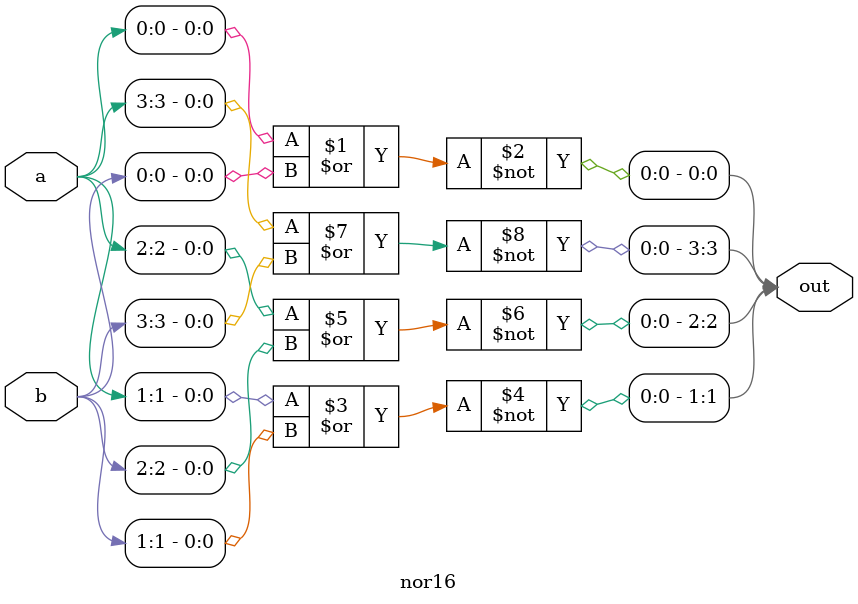
<source format=v>
module nor16 (
    input wire [3:0] a,
    input wire [3:0] b,
    output wire [3:0] out
);

assign out = ( {~(a[3] | b[3]), ~(a[2] | b[2]), ~(a[1] | b[1]), ~(a[0] | b[0])} );

endmodule

</source>
